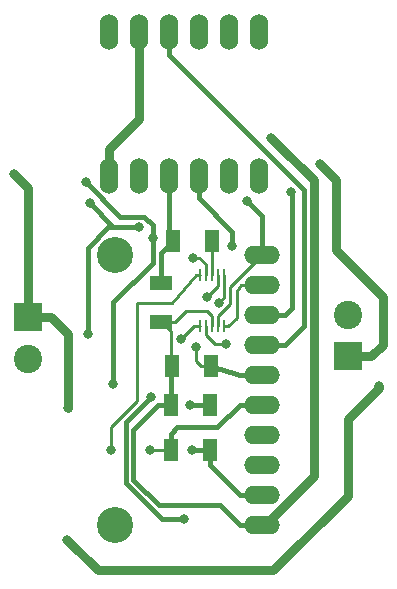
<source format=gbr>
G04 #@! TF.GenerationSoftware,KiCad,Pcbnew,(5.1.5-0-10_14)*
G04 #@! TF.CreationDate,2020-12-02T09:36:47+01:00*
G04 #@! TF.ProjectId,smartcitizen-adc-4-ch,736d6172-7463-4697-9469-7a656e2d6164,rev?*
G04 #@! TF.SameCoordinates,Original*
G04 #@! TF.FileFunction,Copper,L2,Bot*
G04 #@! TF.FilePolarity,Positive*
%FSLAX46Y46*%
G04 Gerber Fmt 4.6, Leading zero omitted, Abs format (unit mm)*
G04 Created by KiCad (PCBNEW (5.1.5-0-10_14)) date 2020-12-02 09:36:47*
%MOMM*%
%LPD*%
G04 APERTURE LIST*
%ADD10C,2.400000*%
%ADD11R,2.400000X2.400000*%
%ADD12R,1.905000X1.270000*%
%ADD13R,1.270000X1.905000*%
%ADD14O,1.524000X3.048000*%
%ADD15R,0.250000X1.100000*%
%ADD16O,3.048000X1.524000*%
%ADD17C,3.048000*%
%ADD18C,0.800000*%
%ADD19C,0.800000*%
%ADD20C,0.250000*%
%ADD21C,0.400000*%
G04 APERTURE END LIST*
D10*
X169900000Y-86300000D03*
D11*
X169900000Y-89800000D03*
D10*
X142800000Y-90000000D03*
D11*
X142800000Y-86500000D03*
D12*
X154076400Y-83540600D03*
X154076400Y-86842600D03*
D13*
X158191200Y-93929200D03*
X154889200Y-93929200D03*
X155067000Y-80010000D03*
X158369000Y-80010000D03*
D14*
X162356800Y-62330000D03*
X159816800Y-62330000D03*
X157276800Y-62330000D03*
X154736800Y-62330000D03*
X152196800Y-62330000D03*
X149656800Y-62330000D03*
X149656800Y-74523600D03*
X152196800Y-74523600D03*
X154736800Y-74523600D03*
X157276800Y-74523600D03*
X159816800Y-74523600D03*
X162356800Y-74523600D03*
D15*
X157394400Y-87189200D03*
X157894400Y-87189200D03*
X158394400Y-87189200D03*
X158894400Y-87189200D03*
X159394400Y-87189200D03*
X159394400Y-82889200D03*
X158894400Y-82889200D03*
X158394400Y-82889200D03*
X157894400Y-82889200D03*
X157394400Y-82889200D03*
D16*
X162661600Y-104038400D03*
X162661600Y-101498400D03*
X162661600Y-98958400D03*
X162661600Y-96418400D03*
X162661600Y-93878400D03*
X162661600Y-91338400D03*
X162661600Y-88798400D03*
X162661600Y-86258400D03*
X162661600Y-83718400D03*
X162661600Y-81178400D03*
D17*
X150211600Y-104038400D03*
X150211600Y-81178400D03*
D13*
X158216600Y-97688400D03*
X154914600Y-97688400D03*
X155016200Y-90576400D03*
X158318200Y-90576400D03*
D18*
X146160000Y-105340000D03*
X172500000Y-92300000D03*
X163398959Y-71301041D03*
X153365200Y-79806800D03*
X150012400Y-92151200D03*
X147700000Y-75042840D03*
X147878800Y-87934800D03*
X152247600Y-78841600D03*
X148026041Y-76823959D03*
X156667200Y-97688400D03*
X146200000Y-94200000D03*
X167550000Y-73500000D03*
X141650000Y-74350000D03*
X158949192Y-85238392D03*
X165060000Y-75910000D03*
X157988000Y-84734400D03*
X160121600Y-80467200D03*
X161360000Y-76600000D03*
X155752800Y-88290400D03*
X153212800Y-93218000D03*
X156057600Y-103581200D03*
X159585713Y-88775487D03*
X149860000Y-97688400D03*
X153111200Y-97688400D03*
X157073600Y-89001600D03*
X156768800Y-81432400D03*
X156565600Y-93929200D03*
D19*
X146160000Y-105340000D02*
X148720000Y-107900000D01*
X148720000Y-107900000D02*
X163600000Y-107900000D01*
X163600000Y-107900000D02*
X169900000Y-101600000D01*
X169900000Y-101600000D02*
X169900000Y-95100000D01*
X172500000Y-92500000D02*
X172500000Y-92300000D01*
X169900000Y-95100000D02*
X172500000Y-92500000D01*
D20*
X156163900Y-85957600D02*
X155278900Y-86842600D01*
X158012802Y-85957600D02*
X156163900Y-85957600D01*
X158394401Y-86339199D02*
X158012802Y-85957600D01*
X155278900Y-86842600D02*
X154076400Y-86842600D01*
X158394400Y-87189200D02*
X158394401Y-86339199D01*
X154914600Y-87680800D02*
X154076400Y-86842600D01*
X154914600Y-90424000D02*
X154914600Y-87680800D01*
D21*
X154914600Y-90424000D02*
X154914600Y-93929200D01*
X160737600Y-104038400D02*
X159112000Y-102412800D01*
X162661600Y-104038400D02*
X160737600Y-104038400D01*
X159112000Y-102412800D02*
X153873200Y-102412800D01*
X153873200Y-102412800D02*
X151739600Y-100279200D01*
X151739600Y-96043800D02*
X153854200Y-93929200D01*
X153854200Y-93929200D02*
X154889200Y-93929200D01*
X151739600Y-100279200D02*
X151739600Y-96043800D01*
D19*
X167000010Y-99918873D02*
X167000010Y-74900010D01*
X162880483Y-104038400D02*
X167000010Y-99918873D01*
X162661600Y-104038400D02*
X162880483Y-104038400D01*
X167000010Y-74900010D02*
X163900000Y-71800000D01*
X163897918Y-71800000D02*
X163398959Y-71301041D01*
X163900000Y-71800000D02*
X163897918Y-71800000D01*
D21*
X150012400Y-85218374D02*
X150012400Y-92151200D01*
X153365200Y-81865574D02*
X150012400Y-85218374D01*
X153365200Y-79806800D02*
X153365200Y-81865574D01*
X153365200Y-78701198D02*
X153365200Y-79806800D01*
X152655601Y-77991599D02*
X153365200Y-78701198D01*
X150648759Y-77991599D02*
X152655601Y-77991599D01*
X147700000Y-75042840D02*
X150648759Y-77991599D01*
X147878800Y-87934800D02*
X147878800Y-80589678D01*
X150043682Y-78841600D02*
X148026041Y-76823959D01*
X152247600Y-78841600D02*
X150043682Y-78841600D01*
X149626878Y-78841600D02*
X152247600Y-78841600D01*
X147878800Y-80589678D02*
X149626878Y-78841600D01*
X154736800Y-79679800D02*
X155067000Y-80010000D01*
X154736800Y-74523600D02*
X154736800Y-79679800D01*
D20*
X158394400Y-80035400D02*
X158369000Y-80010000D01*
X158394400Y-82889200D02*
X158394400Y-80035400D01*
D21*
X154076400Y-81000600D02*
X155067000Y-80010000D01*
X154076400Y-83540600D02*
X154076400Y-81000600D01*
X158216600Y-98977400D02*
X158216600Y-97688400D01*
X160737600Y-101498400D02*
X158216600Y-98977400D01*
X162661600Y-101498400D02*
X160737600Y-101498400D01*
X158216600Y-97688400D02*
X156667200Y-97688400D01*
D19*
X152196800Y-69659600D02*
X152196800Y-62330000D01*
X149656800Y-72199600D02*
X152196800Y-69659600D01*
X149656800Y-74523600D02*
X149656800Y-72199600D01*
X142800000Y-86500000D02*
X142800000Y-75500000D01*
X144800000Y-86500000D02*
X142800000Y-86500000D01*
X146200000Y-87900000D02*
X144800000Y-86500000D01*
X146200000Y-94200000D02*
X146200000Y-87900000D01*
X142800000Y-75500000D02*
X141650000Y-74350000D01*
X171900000Y-89800000D02*
X169900000Y-89800000D01*
X172900000Y-84800000D02*
X172900000Y-88800000D01*
X168923970Y-80823970D02*
X172900000Y-84800000D01*
X172900000Y-88800000D02*
X171900000Y-89800000D01*
X168923970Y-74873970D02*
X168923970Y-80823970D01*
X167550000Y-73500000D02*
X168923970Y-74873970D01*
D20*
X159410400Y-84777184D02*
X158949192Y-85238392D01*
X159410400Y-82905200D02*
X159410400Y-84777184D01*
X159394400Y-82889200D02*
X159410400Y-82905200D01*
D21*
X164585600Y-86258400D02*
X165180000Y-85664000D01*
X162661600Y-86258400D02*
X164585600Y-86258400D01*
X165180000Y-76030000D02*
X165060000Y-75910000D01*
X165180000Y-85664000D02*
X165180000Y-76030000D01*
D20*
X158894400Y-83828000D02*
X157988000Y-84734400D01*
X158894400Y-82889200D02*
X158894400Y-83828000D01*
D21*
X166150000Y-87234000D02*
X166150000Y-75667200D01*
X154736800Y-64254000D02*
X154736800Y-62330000D01*
X166150000Y-75667200D02*
X154736800Y-64254000D01*
X164585600Y-88798400D02*
X166150000Y-87234000D01*
X162661600Y-88798400D02*
X164585600Y-88798400D01*
X157276800Y-76403200D02*
X157276800Y-74523600D01*
X160121600Y-79248000D02*
X157276800Y-76403200D01*
D20*
X160887600Y-83718400D02*
X162661600Y-83718400D01*
X160477200Y-84226400D02*
X160887600Y-83718400D01*
X160477200Y-86512400D02*
X160477200Y-84226400D01*
X159769400Y-87189200D02*
X160477200Y-86512400D01*
X159394400Y-87189200D02*
X159769400Y-87189200D01*
D21*
X160121600Y-79248000D02*
X160121600Y-80467200D01*
X152209500Y-74422000D02*
X152590500Y-74422000D01*
X163385500Y-81089500D02*
X162623500Y-81089500D01*
D20*
X158894400Y-86389200D02*
X158894400Y-87189200D01*
X159910410Y-85373190D02*
X158894400Y-86389200D01*
X159910410Y-83929590D02*
X159910410Y-85373190D01*
X162661600Y-81178400D02*
X159910410Y-83929590D01*
D21*
X162661600Y-81178400D02*
X162661600Y-77897990D01*
X162661600Y-77897990D02*
X161360000Y-76600000D01*
D20*
X157394400Y-87189200D02*
X156854000Y-87189200D01*
X156854000Y-87189200D02*
X155752800Y-88290400D01*
D21*
X151089590Y-95341210D02*
X153212800Y-93218000D01*
X154122348Y-103581200D02*
X156057600Y-103581200D01*
X151089590Y-100548442D02*
X154122348Y-103581200D01*
X151089590Y-95341210D02*
X151089590Y-100548442D01*
D20*
X158680687Y-88775487D02*
X159585713Y-88775487D01*
X157894400Y-87989200D02*
X158680687Y-88775487D01*
X157894400Y-87189200D02*
X157894400Y-87989200D01*
D21*
X160737600Y-93878400D02*
X158807200Y-95808800D01*
X162661600Y-93878400D02*
X160737600Y-93878400D01*
X154914600Y-96335900D02*
X154914600Y-97688400D01*
X155441700Y-95808800D02*
X154914600Y-96335900D01*
X158807200Y-95808800D02*
X155441700Y-95808800D01*
D20*
X153111200Y-97688400D02*
X154914600Y-97688400D01*
X149860000Y-95757614D02*
X149860000Y-97688400D01*
X152044400Y-93573214D02*
X149860000Y-95757614D01*
X152044400Y-85242400D02*
X152044400Y-93573214D01*
X155041600Y-85242400D02*
X152044400Y-85242400D01*
X157019400Y-82889200D02*
X155041600Y-85242400D01*
X157394400Y-82889200D02*
X157019400Y-82889200D01*
D21*
X160737600Y-91338400D02*
X158242000Y-90576400D01*
X162661600Y-91338400D02*
X160737600Y-91338400D01*
D20*
X157073600Y-90216800D02*
X157073600Y-89001600D01*
X157433200Y-90576400D02*
X157073600Y-90216800D01*
X158318200Y-90576400D02*
X157433200Y-90576400D01*
X157894400Y-81992315D02*
X157894400Y-82889200D01*
X157334485Y-81432400D02*
X157894400Y-81992315D01*
X156768800Y-81432400D02*
X157334485Y-81432400D01*
D21*
X158191200Y-93929200D02*
X156565600Y-93929200D01*
M02*

</source>
